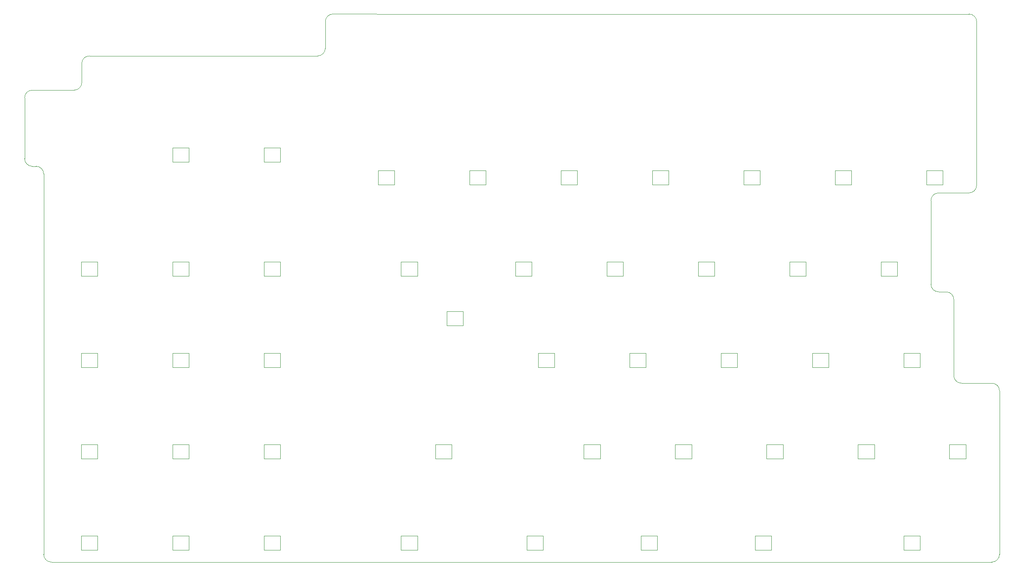
<source format=gm1>
%TF.GenerationSoftware,KiCad,Pcbnew,(6.0.5)*%
%TF.CreationDate,2022-07-17T14:54:14-06:00*%
%TF.ProjectId,kb,6b622e6b-6963-4616-945f-706362585858,rev?*%
%TF.SameCoordinates,Original*%
%TF.FileFunction,Profile,NP*%
%FSLAX46Y46*%
G04 Gerber Fmt 4.6, Leading zero omitted, Abs format (unit mm)*
G04 Created by KiCad (PCBNEW (6.0.5)) date 2022-07-17 14:54:14*
%MOMM*%
%LPD*%
G01*
G04 APERTURE LIST*
%TA.AperFunction,Profile*%
%ADD10C,0.100000*%
%TD*%
%TA.AperFunction,Profile*%
%ADD11C,0.120000*%
%TD*%
G04 APERTURE END LIST*
D10*
X25400000Y-58737500D02*
X34131250Y-58737500D01*
X37306250Y-51593750D02*
X69056250Y-51593750D01*
X27781250Y-76200000D02*
X27781250Y-79375000D01*
X23812500Y-69056250D02*
X23812500Y-60325000D01*
X222250000Y-44450000D02*
X222250000Y-78581250D01*
X88122485Y-42846985D02*
X106362500Y-42862500D01*
X84915004Y-51593810D02*
G75*
G03*
X86486999Y-49990747I-25304J1597110D01*
G01*
X23812500Y-69056250D02*
X23812500Y-73025000D01*
X35718750Y-57150000D02*
X35718750Y-53181250D01*
X225425000Y-157162500D02*
G75*
G03*
X227012500Y-155575000I-100J1587600D01*
G01*
X217487550Y-102393750D02*
G75*
G03*
X215900000Y-100806250I-1587550J-50D01*
G01*
X227012448Y-121443749D02*
G75*
G03*
X225425000Y-119856251I-1570348J17149D01*
G01*
X37306250Y-51593750D02*
G75*
G03*
X35718750Y-53181250I0J-1587500D01*
G01*
X220662500Y-80168750D02*
X214312500Y-80168750D01*
X34131250Y-58737550D02*
G75*
G03*
X35718750Y-57150000I-50J1587550D01*
G01*
X27781274Y-155575000D02*
G75*
G03*
X29419893Y-157162500I1584326J-4100D01*
G01*
X106362500Y-42862500D02*
X220662500Y-42862500D01*
X212724950Y-99218750D02*
G75*
G03*
X214312500Y-100806250I1587550J50D01*
G01*
X217487500Y-102393750D02*
X217487500Y-118268750D01*
X217487450Y-118268750D02*
G75*
G03*
X219075000Y-119856250I1587550J50D01*
G01*
X69056250Y-51593750D02*
X84915003Y-51593750D01*
X214312500Y-80168800D02*
G75*
G03*
X212725000Y-81756250I0J-1587500D01*
G01*
X23812500Y-73025000D02*
G75*
G03*
X25400000Y-74612500I1587500J0D01*
G01*
X212725000Y-81756250D02*
X212725000Y-99218750D01*
X86487000Y-49990747D02*
X86487000Y-44434497D01*
X225425000Y-157162500D02*
X29419893Y-157162500D01*
X27781250Y-155575000D02*
X27781250Y-79375000D01*
X25400000Y-74612500D02*
X26193750Y-74612500D01*
X88122485Y-42846994D02*
G75*
G03*
X86487000Y-44434497I-17185J-1618506D01*
G01*
X214312500Y-100806250D02*
X215900000Y-100806250D01*
X222250000Y-44450000D02*
G75*
G03*
X220662500Y-42862500I-1576800J10700D01*
G01*
X220662500Y-80168700D02*
G75*
G03*
X222250000Y-78581250I0J1587500D01*
G01*
X219075000Y-119856250D02*
X225425000Y-119856250D01*
X27781200Y-76200000D02*
G75*
G03*
X26193750Y-74612500I-1587500J0D01*
G01*
X25400000Y-58737500D02*
G75*
G03*
X23812500Y-60325000I-20900J-1566600D01*
G01*
X227012500Y-121443750D02*
X227012500Y-155575000D01*
D11*
%TO.C,D110*%
X54656250Y-97543750D02*
X58056250Y-97543750D01*
X58056250Y-97543750D02*
X58056250Y-94543750D01*
X54656250Y-94543750D02*
X54656250Y-97543750D01*
X58056250Y-94543750D02*
X54656250Y-94543750D01*
%TO.C,D138*%
X77106250Y-151693750D02*
X73706250Y-151693750D01*
X73706250Y-151693750D02*
X73706250Y-154693750D01*
X77106250Y-154693750D02*
X77106250Y-151693750D01*
X73706250Y-154693750D02*
X77106250Y-154693750D01*
%TO.C,D101*%
X58056250Y-73731250D02*
X58056250Y-70731250D01*
X58056250Y-70731250D02*
X54656250Y-70731250D01*
X54656250Y-70731250D02*
X54656250Y-73731250D01*
X54656250Y-73731250D02*
X58056250Y-73731250D01*
%TO.C,D130*%
X112825000Y-135643750D02*
X112825000Y-132643750D01*
X112825000Y-132643750D02*
X109425000Y-132643750D01*
X109425000Y-135643750D02*
X112825000Y-135643750D01*
X109425000Y-132643750D02*
X109425000Y-135643750D01*
%TO.C,D117*%
X202293750Y-94543750D02*
X202293750Y-97543750D01*
X205693750Y-94543750D02*
X202293750Y-94543750D01*
X202293750Y-97543750D02*
X205693750Y-97543750D01*
X205693750Y-97543750D02*
X205693750Y-94543750D01*
%TO.C,D144*%
X215218750Y-75493750D02*
X211818750Y-75493750D01*
X211818750Y-78493750D02*
X215218750Y-78493750D01*
X215218750Y-78493750D02*
X215218750Y-75493750D01*
X211818750Y-75493750D02*
X211818750Y-78493750D01*
%TO.C,D106*%
X158068750Y-78493750D02*
X158068750Y-75493750D01*
X158068750Y-75493750D02*
X154668750Y-75493750D01*
X154668750Y-75493750D02*
X154668750Y-78493750D01*
X154668750Y-78493750D02*
X158068750Y-78493750D01*
%TO.C,D137*%
X54656250Y-151693750D02*
X54656250Y-154693750D01*
X54656250Y-154693750D02*
X58056250Y-154693750D01*
X58056250Y-151693750D02*
X54656250Y-151693750D01*
X58056250Y-154693750D02*
X58056250Y-151693750D01*
%TO.C,D128*%
X58056250Y-132643750D02*
X54656250Y-132643750D01*
X58056250Y-135643750D02*
X58056250Y-132643750D01*
X54656250Y-135643750D02*
X58056250Y-135643750D01*
X54656250Y-132643750D02*
X54656250Y-135643750D01*
%TO.C,D136*%
X39006250Y-154693750D02*
X39006250Y-151693750D01*
X39006250Y-151693750D02*
X35606250Y-151693750D01*
X35606250Y-151693750D02*
X35606250Y-154693750D01*
X35606250Y-154693750D02*
X39006250Y-154693750D01*
%TO.C,D109*%
X39006250Y-94543750D02*
X35606250Y-94543750D01*
X39006250Y-97543750D02*
X39006250Y-94543750D01*
X35606250Y-97543750D02*
X39006250Y-97543750D01*
X35606250Y-94543750D02*
X35606250Y-97543750D01*
%TO.C,D127*%
X39006250Y-135643750D02*
X39006250Y-132643750D01*
X39006250Y-132643750D02*
X35606250Y-132643750D01*
X35606250Y-132643750D02*
X35606250Y-135643750D01*
X35606250Y-135643750D02*
X39006250Y-135643750D01*
%TO.C,D119*%
X58056250Y-116593750D02*
X58056250Y-113593750D01*
X58056250Y-113593750D02*
X54656250Y-113593750D01*
X54656250Y-113593750D02*
X54656250Y-116593750D01*
X54656250Y-116593750D02*
X58056250Y-116593750D01*
%TO.C,D104*%
X116568750Y-78493750D02*
X119968750Y-78493750D01*
X119968750Y-75493750D02*
X116568750Y-75493750D01*
X116568750Y-75493750D02*
X116568750Y-78493750D01*
X119968750Y-78493750D02*
X119968750Y-75493750D01*
%TO.C,D114*%
X148543750Y-97543750D02*
X148543750Y-94543750D01*
X148543750Y-94543750D02*
X145143750Y-94543750D01*
X145143750Y-97543750D02*
X148543750Y-97543750D01*
X145143750Y-94543750D02*
X145143750Y-97543750D01*
%TO.C,D132*%
X162831250Y-132643750D02*
X159431250Y-132643750D01*
X159431250Y-132643750D02*
X159431250Y-135643750D01*
X162831250Y-135643750D02*
X162831250Y-132643750D01*
X159431250Y-135643750D02*
X162831250Y-135643750D01*
%TO.C,D108*%
X196168750Y-78493750D02*
X196168750Y-75493750D01*
X192768750Y-78493750D02*
X196168750Y-78493750D01*
X196168750Y-75493750D02*
X192768750Y-75493750D01*
X192768750Y-75493750D02*
X192768750Y-78493750D01*
%TO.C,D121*%
X111806250Y-104862500D02*
X111806250Y-107862500D01*
X115206250Y-107862500D02*
X115206250Y-104862500D01*
X115206250Y-104862500D02*
X111806250Y-104862500D01*
X111806250Y-107862500D02*
X115206250Y-107862500D01*
%TO.C,D112*%
X105681250Y-97543750D02*
X105681250Y-94543750D01*
X105681250Y-94543750D02*
X102281250Y-94543750D01*
X102281250Y-94543750D02*
X102281250Y-97543750D01*
X102281250Y-97543750D02*
X105681250Y-97543750D01*
%TO.C,D105*%
X135618750Y-78493750D02*
X139018750Y-78493750D01*
X139018750Y-75493750D02*
X135618750Y-75493750D01*
X139018750Y-78493750D02*
X139018750Y-75493750D01*
X135618750Y-75493750D02*
X135618750Y-78493750D01*
%TO.C,D125*%
X188006250Y-116593750D02*
X191406250Y-116593750D01*
X188006250Y-113593750D02*
X188006250Y-116593750D01*
X191406250Y-116593750D02*
X191406250Y-113593750D01*
X191406250Y-113593750D02*
X188006250Y-113593750D01*
%TO.C,D139*%
X102281250Y-154693750D02*
X105681250Y-154693750D01*
X105681250Y-151693750D02*
X102281250Y-151693750D01*
X102281250Y-151693750D02*
X102281250Y-154693750D01*
X105681250Y-154693750D02*
X105681250Y-151693750D01*
%TO.C,D113*%
X126093750Y-94543750D02*
X126093750Y-97543750D01*
X126093750Y-97543750D02*
X129493750Y-97543750D01*
X129493750Y-94543750D02*
X126093750Y-94543750D01*
X129493750Y-97543750D02*
X129493750Y-94543750D01*
%TO.C,D131*%
X140381250Y-135643750D02*
X143781250Y-135643750D01*
X140381250Y-132643750D02*
X140381250Y-135643750D01*
X143781250Y-135643750D02*
X143781250Y-132643750D01*
X143781250Y-132643750D02*
X140381250Y-132643750D01*
%TO.C,D135*%
X216581250Y-135643750D02*
X219981250Y-135643750D01*
X216581250Y-132643750D02*
X216581250Y-135643750D01*
X219981250Y-132643750D02*
X216581250Y-132643750D01*
X219981250Y-135643750D02*
X219981250Y-132643750D01*
%TO.C,D120*%
X77106250Y-116593750D02*
X77106250Y-113593750D01*
X77106250Y-113593750D02*
X73706250Y-113593750D01*
X73706250Y-116593750D02*
X77106250Y-116593750D01*
X73706250Y-113593750D02*
X73706250Y-116593750D01*
%TO.C,D143*%
X207056250Y-154693750D02*
X210456250Y-154693750D01*
X207056250Y-151693750D02*
X207056250Y-154693750D01*
X210456250Y-151693750D02*
X207056250Y-151693750D01*
X210456250Y-154693750D02*
X210456250Y-151693750D01*
%TO.C,D141*%
X155687500Y-154693750D02*
X155687500Y-151693750D01*
X152287500Y-151693750D02*
X152287500Y-154693750D01*
X155687500Y-151693750D02*
X152287500Y-151693750D01*
X152287500Y-154693750D02*
X155687500Y-154693750D01*
%TO.C,D126*%
X207056250Y-116593750D02*
X210456250Y-116593750D01*
X210456250Y-116593750D02*
X210456250Y-113593750D01*
X207056250Y-113593750D02*
X207056250Y-116593750D01*
X210456250Y-113593750D02*
X207056250Y-113593750D01*
%TO.C,D134*%
X197531250Y-135643750D02*
X200931250Y-135643750D01*
X200931250Y-135643750D02*
X200931250Y-132643750D01*
X197531250Y-132643750D02*
X197531250Y-135643750D01*
X200931250Y-132643750D02*
X197531250Y-132643750D01*
%TO.C,D116*%
X183243750Y-94543750D02*
X183243750Y-97543750D01*
X186643750Y-97543750D02*
X186643750Y-94543750D01*
X183243750Y-97543750D02*
X186643750Y-97543750D01*
X186643750Y-94543750D02*
X183243750Y-94543750D01*
%TO.C,D140*%
X128475000Y-151693750D02*
X128475000Y-154693750D01*
X128475000Y-154693750D02*
X131875000Y-154693750D01*
X131875000Y-154693750D02*
X131875000Y-151693750D01*
X131875000Y-151693750D02*
X128475000Y-151693750D01*
%TO.C,D124*%
X168956250Y-113593750D02*
X168956250Y-116593750D01*
X168956250Y-116593750D02*
X172356250Y-116593750D01*
X172356250Y-113593750D02*
X168956250Y-113593750D01*
X172356250Y-116593750D02*
X172356250Y-113593750D01*
%TO.C,D102*%
X73706250Y-70731250D02*
X73706250Y-73731250D01*
X73706250Y-73731250D02*
X77106250Y-73731250D01*
X77106250Y-73731250D02*
X77106250Y-70731250D01*
X77106250Y-70731250D02*
X73706250Y-70731250D01*
%TO.C,D123*%
X149906250Y-113593750D02*
X149906250Y-116593750D01*
X153306250Y-116593750D02*
X153306250Y-113593750D01*
X153306250Y-113593750D02*
X149906250Y-113593750D01*
X149906250Y-116593750D02*
X153306250Y-116593750D01*
%TO.C,D103*%
X100918750Y-75493750D02*
X97518750Y-75493750D01*
X97518750Y-78493750D02*
X100918750Y-78493750D01*
X100918750Y-78493750D02*
X100918750Y-75493750D01*
X97518750Y-75493750D02*
X97518750Y-78493750D01*
%TO.C,D142*%
X179500000Y-154693750D02*
X179500000Y-151693750D01*
X176100000Y-154693750D02*
X179500000Y-154693750D01*
X179500000Y-151693750D02*
X176100000Y-151693750D01*
X176100000Y-151693750D02*
X176100000Y-154693750D01*
%TO.C,D111*%
X77106250Y-94543750D02*
X73706250Y-94543750D01*
X77106250Y-97543750D02*
X77106250Y-94543750D01*
X73706250Y-94543750D02*
X73706250Y-97543750D01*
X73706250Y-97543750D02*
X77106250Y-97543750D01*
%TO.C,D118*%
X35606250Y-113593750D02*
X35606250Y-116593750D01*
X35606250Y-116593750D02*
X39006250Y-116593750D01*
X39006250Y-113593750D02*
X35606250Y-113593750D01*
X39006250Y-116593750D02*
X39006250Y-113593750D01*
%TO.C,D133*%
X178481250Y-135643750D02*
X181881250Y-135643750D01*
X178481250Y-132643750D02*
X178481250Y-135643750D01*
X181881250Y-132643750D02*
X178481250Y-132643750D01*
X181881250Y-135643750D02*
X181881250Y-132643750D01*
%TO.C,D107*%
X173718750Y-75493750D02*
X173718750Y-78493750D01*
X177118750Y-75493750D02*
X173718750Y-75493750D01*
X173718750Y-78493750D02*
X177118750Y-78493750D01*
X177118750Y-78493750D02*
X177118750Y-75493750D01*
%TO.C,D115*%
X167593750Y-94543750D02*
X164193750Y-94543750D01*
X164193750Y-97543750D02*
X167593750Y-97543750D01*
X164193750Y-94543750D02*
X164193750Y-97543750D01*
X167593750Y-97543750D02*
X167593750Y-94543750D01*
%TO.C,D122*%
X130856250Y-116593750D02*
X134256250Y-116593750D01*
X130856250Y-113593750D02*
X130856250Y-116593750D01*
X134256250Y-113593750D02*
X130856250Y-113593750D01*
X134256250Y-116593750D02*
X134256250Y-113593750D01*
%TO.C,D129*%
X73706250Y-132643750D02*
X73706250Y-135643750D01*
X73706250Y-135643750D02*
X77106250Y-135643750D01*
X77106250Y-132643750D02*
X73706250Y-132643750D01*
X77106250Y-135643750D02*
X77106250Y-132643750D01*
%TD*%
M02*

</source>
